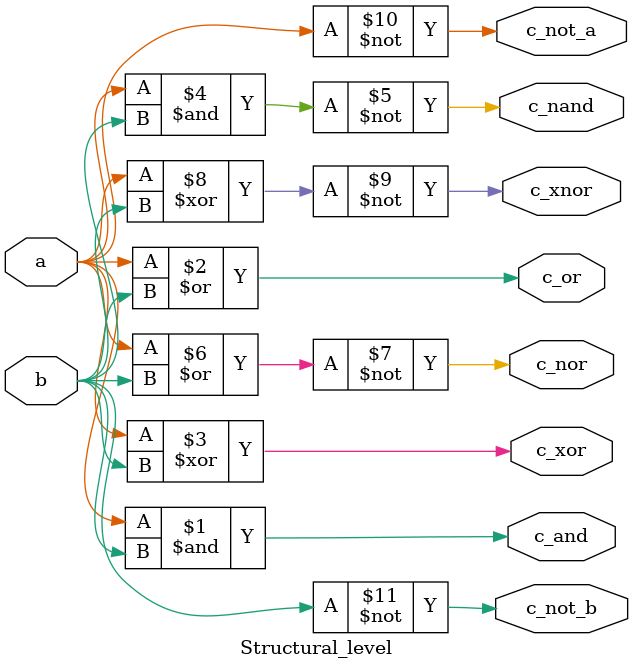
<source format=v>
`timescale 1ns / 1ps


module Structural_level(
    input a, b,
    output c_not_a, c_not_b,
    output c_and, c_or, c_xor,
    output c_nand, c_nor, c_xnor
);

not (c_not_a, a);
not (c_not_b, b);
and (c_and, a, b);
or  (c_or, a, b);
xor (c_xor, a, b);
nand(c_nand, a, b);
nor (c_nor, a, b);
xnor(c_xnor, a, b);

endmodule





</source>
